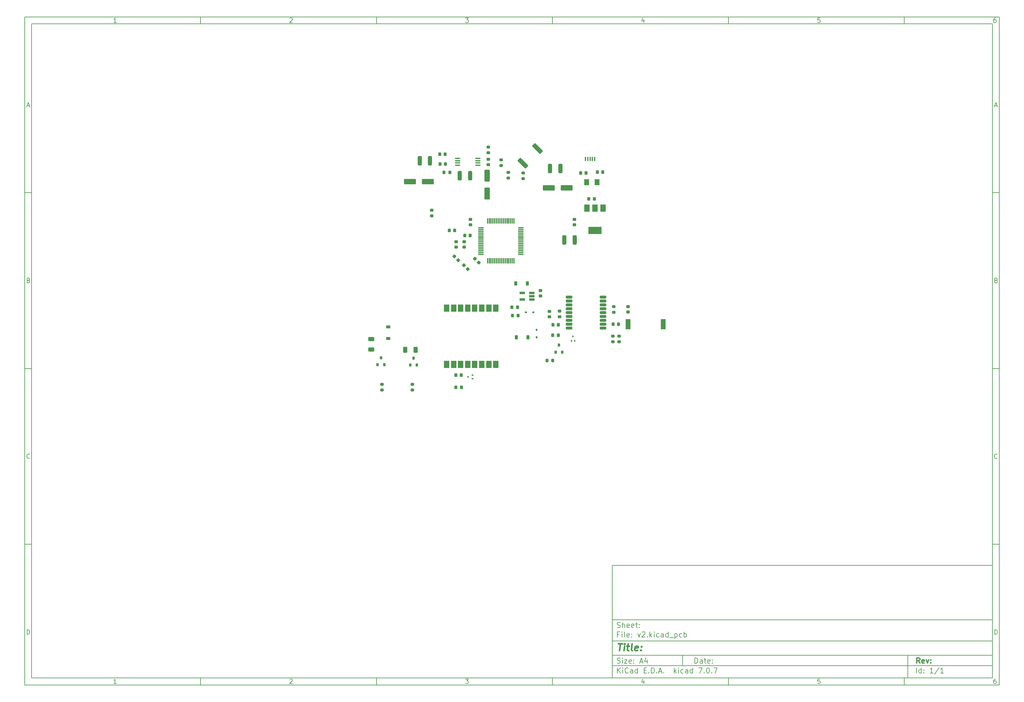
<source format=gtp>
%TF.GenerationSoftware,KiCad,Pcbnew,7.0.7*%
%TF.CreationDate,2024-09-06T13:37:17+03:00*%
%TF.ProjectId,v2,76322e6b-6963-4616-945f-706362585858,rev?*%
%TF.SameCoordinates,Original*%
%TF.FileFunction,Paste,Top*%
%TF.FilePolarity,Positive*%
%FSLAX46Y46*%
G04 Gerber Fmt 4.6, Leading zero omitted, Abs format (unit mm)*
G04 Created by KiCad (PCBNEW 7.0.7) date 2024-09-06 13:37:17*
%MOMM*%
%LPD*%
G01*
G04 APERTURE LIST*
G04 Aperture macros list*
%AMRoundRect*
0 Rectangle with rounded corners*
0 $1 Rounding radius*
0 $2 $3 $4 $5 $6 $7 $8 $9 X,Y pos of 4 corners*
0 Add a 4 corners polygon primitive as box body*
4,1,4,$2,$3,$4,$5,$6,$7,$8,$9,$2,$3,0*
0 Add four circle primitives for the rounded corners*
1,1,$1+$1,$2,$3*
1,1,$1+$1,$4,$5*
1,1,$1+$1,$6,$7*
1,1,$1+$1,$8,$9*
0 Add four rect primitives between the rounded corners*
20,1,$1+$1,$2,$3,$4,$5,0*
20,1,$1+$1,$4,$5,$6,$7,0*
20,1,$1+$1,$6,$7,$8,$9,0*
20,1,$1+$1,$8,$9,$2,$3,0*%
G04 Aperture macros list end*
%ADD10C,0.100000*%
%ADD11C,0.150000*%
%ADD12C,0.300000*%
%ADD13C,0.400000*%
%ADD14RoundRect,0.112500X0.187500X0.112500X-0.187500X0.112500X-0.187500X-0.112500X0.187500X-0.112500X0*%
%ADD15RoundRect,0.225000X0.250000X-0.225000X0.250000X0.225000X-0.250000X0.225000X-0.250000X-0.225000X0*%
%ADD16RoundRect,0.225000X0.335876X0.017678X0.017678X0.335876X-0.335876X-0.017678X-0.017678X-0.335876X0*%
%ADD17RoundRect,0.200000X0.275000X-0.200000X0.275000X0.200000X-0.275000X0.200000X-0.275000X-0.200000X0*%
%ADD18RoundRect,0.075000X-0.700000X-0.075000X0.700000X-0.075000X0.700000X0.075000X-0.700000X0.075000X0*%
%ADD19RoundRect,0.075000X-0.075000X-0.700000X0.075000X-0.700000X0.075000X0.700000X-0.075000X0.700000X0*%
%ADD20RoundRect,0.250000X-0.312500X-1.075000X0.312500X-1.075000X0.312500X1.075000X-0.312500X1.075000X0*%
%ADD21RoundRect,0.225000X0.225000X0.250000X-0.225000X0.250000X-0.225000X-0.250000X0.225000X-0.250000X0*%
%ADD22RoundRect,0.225000X-0.250000X0.225000X-0.250000X-0.225000X0.250000X-0.225000X0.250000X0.225000X0*%
%ADD23RoundRect,0.225000X0.225000X0.375000X-0.225000X0.375000X-0.225000X-0.375000X0.225000X-0.375000X0*%
%ADD24RoundRect,0.200000X-0.200000X-0.275000X0.200000X-0.275000X0.200000X0.275000X-0.200000X0.275000X0*%
%ADD25RoundRect,0.250000X-1.412500X-0.550000X1.412500X-0.550000X1.412500X0.550000X-1.412500X0.550000X0*%
%ADD26R,0.800000X0.900000*%
%ADD27RoundRect,0.250000X0.312500X1.075000X-0.312500X1.075000X-0.312500X-1.075000X0.312500X-1.075000X0*%
%ADD28R,1.500000X2.000000*%
%ADD29RoundRect,0.225000X-0.225000X-0.375000X0.225000X-0.375000X0.225000X0.375000X-0.225000X0.375000X0*%
%ADD30RoundRect,0.200000X-0.275000X0.200000X-0.275000X-0.200000X0.275000X-0.200000X0.275000X0.200000X0*%
%ADD31RoundRect,0.225000X-0.225000X-0.250000X0.225000X-0.250000X0.225000X0.250000X-0.225000X0.250000X0*%
%ADD32RoundRect,0.112500X-0.112500X0.187500X-0.112500X-0.187500X0.112500X-0.187500X0.112500X0.187500X0*%
%ADD33RoundRect,0.218750X-0.218750X-0.256250X0.218750X-0.256250X0.218750X0.256250X-0.218750X0.256250X0*%
%ADD34R,0.450000X1.300000*%
%ADD35R,0.510000X0.400000*%
%ADD36RoundRect,0.218750X0.256250X-0.218750X0.256250X0.218750X-0.256250X0.218750X-0.256250X-0.218750X0*%
%ADD37RoundRect,0.200000X-0.700000X-0.200000X0.700000X-0.200000X0.700000X0.200000X-0.700000X0.200000X0*%
%ADD38RoundRect,0.250001X0.462499X0.624999X-0.462499X0.624999X-0.462499X-0.624999X0.462499X-0.624999X0*%
%ADD39RoundRect,0.100000X-0.637500X-0.100000X0.637500X-0.100000X0.637500X0.100000X-0.637500X0.100000X0*%
%ADD40RoundRect,0.250000X-0.312500X-0.625000X0.312500X-0.625000X0.312500X0.625000X-0.312500X0.625000X0*%
%ADD41RoundRect,0.225000X-0.375000X0.225000X-0.375000X-0.225000X0.375000X-0.225000X0.375000X0.225000X0*%
%ADD42R,3.800000X2.000000*%
%ADD43R,1.400000X3.000000*%
%ADD44R,0.400000X0.510000*%
%ADD45RoundRect,0.250000X-0.751301X1.263953X-1.263953X0.751301X0.751301X-1.263953X1.263953X-0.751301X0*%
%ADD46R,1.560000X0.650000*%
%ADD47RoundRect,0.250000X-0.550000X1.412500X-0.550000X-1.412500X0.550000X-1.412500X0.550000X1.412500X0*%
%ADD48RoundRect,0.250000X-0.625000X0.312500X-0.625000X-0.312500X0.625000X-0.312500X0.625000X0.312500X0*%
%ADD49RoundRect,0.250000X1.412500X0.550000X-1.412500X0.550000X-1.412500X-0.550000X1.412500X-0.550000X0*%
G04 APERTURE END LIST*
D10*
D11*
X177002200Y-166007200D02*
X285002200Y-166007200D01*
X285002200Y-198007200D01*
X177002200Y-198007200D01*
X177002200Y-166007200D01*
D10*
D11*
X10000000Y-10000000D02*
X287002200Y-10000000D01*
X287002200Y-200007200D01*
X10000000Y-200007200D01*
X10000000Y-10000000D01*
D10*
D11*
X12000000Y-12000000D02*
X285002200Y-12000000D01*
X285002200Y-198007200D01*
X12000000Y-198007200D01*
X12000000Y-12000000D01*
D10*
D11*
X60000000Y-12000000D02*
X60000000Y-10000000D01*
D10*
D11*
X110000000Y-12000000D02*
X110000000Y-10000000D01*
D10*
D11*
X160000000Y-12000000D02*
X160000000Y-10000000D01*
D10*
D11*
X210000000Y-12000000D02*
X210000000Y-10000000D01*
D10*
D11*
X260000000Y-12000000D02*
X260000000Y-10000000D01*
D10*
D11*
X36089160Y-11593604D02*
X35346303Y-11593604D01*
X35717731Y-11593604D02*
X35717731Y-10293604D01*
X35717731Y-10293604D02*
X35593922Y-10479319D01*
X35593922Y-10479319D02*
X35470112Y-10603128D01*
X35470112Y-10603128D02*
X35346303Y-10665033D01*
D10*
D11*
X85346303Y-10417414D02*
X85408207Y-10355509D01*
X85408207Y-10355509D02*
X85532017Y-10293604D01*
X85532017Y-10293604D02*
X85841541Y-10293604D01*
X85841541Y-10293604D02*
X85965350Y-10355509D01*
X85965350Y-10355509D02*
X86027255Y-10417414D01*
X86027255Y-10417414D02*
X86089160Y-10541223D01*
X86089160Y-10541223D02*
X86089160Y-10665033D01*
X86089160Y-10665033D02*
X86027255Y-10850747D01*
X86027255Y-10850747D02*
X85284398Y-11593604D01*
X85284398Y-11593604D02*
X86089160Y-11593604D01*
D10*
D11*
X135284398Y-10293604D02*
X136089160Y-10293604D01*
X136089160Y-10293604D02*
X135655826Y-10788842D01*
X135655826Y-10788842D02*
X135841541Y-10788842D01*
X135841541Y-10788842D02*
X135965350Y-10850747D01*
X135965350Y-10850747D02*
X136027255Y-10912652D01*
X136027255Y-10912652D02*
X136089160Y-11036461D01*
X136089160Y-11036461D02*
X136089160Y-11345985D01*
X136089160Y-11345985D02*
X136027255Y-11469795D01*
X136027255Y-11469795D02*
X135965350Y-11531700D01*
X135965350Y-11531700D02*
X135841541Y-11593604D01*
X135841541Y-11593604D02*
X135470112Y-11593604D01*
X135470112Y-11593604D02*
X135346303Y-11531700D01*
X135346303Y-11531700D02*
X135284398Y-11469795D01*
D10*
D11*
X185965350Y-10726938D02*
X185965350Y-11593604D01*
X185655826Y-10231700D02*
X185346303Y-11160271D01*
X185346303Y-11160271D02*
X186151064Y-11160271D01*
D10*
D11*
X236027255Y-10293604D02*
X235408207Y-10293604D01*
X235408207Y-10293604D02*
X235346303Y-10912652D01*
X235346303Y-10912652D02*
X235408207Y-10850747D01*
X235408207Y-10850747D02*
X235532017Y-10788842D01*
X235532017Y-10788842D02*
X235841541Y-10788842D01*
X235841541Y-10788842D02*
X235965350Y-10850747D01*
X235965350Y-10850747D02*
X236027255Y-10912652D01*
X236027255Y-10912652D02*
X236089160Y-11036461D01*
X236089160Y-11036461D02*
X236089160Y-11345985D01*
X236089160Y-11345985D02*
X236027255Y-11469795D01*
X236027255Y-11469795D02*
X235965350Y-11531700D01*
X235965350Y-11531700D02*
X235841541Y-11593604D01*
X235841541Y-11593604D02*
X235532017Y-11593604D01*
X235532017Y-11593604D02*
X235408207Y-11531700D01*
X235408207Y-11531700D02*
X235346303Y-11469795D01*
D10*
D11*
X285965350Y-10293604D02*
X285717731Y-10293604D01*
X285717731Y-10293604D02*
X285593922Y-10355509D01*
X285593922Y-10355509D02*
X285532017Y-10417414D01*
X285532017Y-10417414D02*
X285408207Y-10603128D01*
X285408207Y-10603128D02*
X285346303Y-10850747D01*
X285346303Y-10850747D02*
X285346303Y-11345985D01*
X285346303Y-11345985D02*
X285408207Y-11469795D01*
X285408207Y-11469795D02*
X285470112Y-11531700D01*
X285470112Y-11531700D02*
X285593922Y-11593604D01*
X285593922Y-11593604D02*
X285841541Y-11593604D01*
X285841541Y-11593604D02*
X285965350Y-11531700D01*
X285965350Y-11531700D02*
X286027255Y-11469795D01*
X286027255Y-11469795D02*
X286089160Y-11345985D01*
X286089160Y-11345985D02*
X286089160Y-11036461D01*
X286089160Y-11036461D02*
X286027255Y-10912652D01*
X286027255Y-10912652D02*
X285965350Y-10850747D01*
X285965350Y-10850747D02*
X285841541Y-10788842D01*
X285841541Y-10788842D02*
X285593922Y-10788842D01*
X285593922Y-10788842D02*
X285470112Y-10850747D01*
X285470112Y-10850747D02*
X285408207Y-10912652D01*
X285408207Y-10912652D02*
X285346303Y-11036461D01*
D10*
D11*
X60000000Y-198007200D02*
X60000000Y-200007200D01*
D10*
D11*
X110000000Y-198007200D02*
X110000000Y-200007200D01*
D10*
D11*
X160000000Y-198007200D02*
X160000000Y-200007200D01*
D10*
D11*
X210000000Y-198007200D02*
X210000000Y-200007200D01*
D10*
D11*
X260000000Y-198007200D02*
X260000000Y-200007200D01*
D10*
D11*
X36089160Y-199600804D02*
X35346303Y-199600804D01*
X35717731Y-199600804D02*
X35717731Y-198300804D01*
X35717731Y-198300804D02*
X35593922Y-198486519D01*
X35593922Y-198486519D02*
X35470112Y-198610328D01*
X35470112Y-198610328D02*
X35346303Y-198672233D01*
D10*
D11*
X85346303Y-198424614D02*
X85408207Y-198362709D01*
X85408207Y-198362709D02*
X85532017Y-198300804D01*
X85532017Y-198300804D02*
X85841541Y-198300804D01*
X85841541Y-198300804D02*
X85965350Y-198362709D01*
X85965350Y-198362709D02*
X86027255Y-198424614D01*
X86027255Y-198424614D02*
X86089160Y-198548423D01*
X86089160Y-198548423D02*
X86089160Y-198672233D01*
X86089160Y-198672233D02*
X86027255Y-198857947D01*
X86027255Y-198857947D02*
X85284398Y-199600804D01*
X85284398Y-199600804D02*
X86089160Y-199600804D01*
D10*
D11*
X135284398Y-198300804D02*
X136089160Y-198300804D01*
X136089160Y-198300804D02*
X135655826Y-198796042D01*
X135655826Y-198796042D02*
X135841541Y-198796042D01*
X135841541Y-198796042D02*
X135965350Y-198857947D01*
X135965350Y-198857947D02*
X136027255Y-198919852D01*
X136027255Y-198919852D02*
X136089160Y-199043661D01*
X136089160Y-199043661D02*
X136089160Y-199353185D01*
X136089160Y-199353185D02*
X136027255Y-199476995D01*
X136027255Y-199476995D02*
X135965350Y-199538900D01*
X135965350Y-199538900D02*
X135841541Y-199600804D01*
X135841541Y-199600804D02*
X135470112Y-199600804D01*
X135470112Y-199600804D02*
X135346303Y-199538900D01*
X135346303Y-199538900D02*
X135284398Y-199476995D01*
D10*
D11*
X185965350Y-198734138D02*
X185965350Y-199600804D01*
X185655826Y-198238900D02*
X185346303Y-199167471D01*
X185346303Y-199167471D02*
X186151064Y-199167471D01*
D10*
D11*
X236027255Y-198300804D02*
X235408207Y-198300804D01*
X235408207Y-198300804D02*
X235346303Y-198919852D01*
X235346303Y-198919852D02*
X235408207Y-198857947D01*
X235408207Y-198857947D02*
X235532017Y-198796042D01*
X235532017Y-198796042D02*
X235841541Y-198796042D01*
X235841541Y-198796042D02*
X235965350Y-198857947D01*
X235965350Y-198857947D02*
X236027255Y-198919852D01*
X236027255Y-198919852D02*
X236089160Y-199043661D01*
X236089160Y-199043661D02*
X236089160Y-199353185D01*
X236089160Y-199353185D02*
X236027255Y-199476995D01*
X236027255Y-199476995D02*
X235965350Y-199538900D01*
X235965350Y-199538900D02*
X235841541Y-199600804D01*
X235841541Y-199600804D02*
X235532017Y-199600804D01*
X235532017Y-199600804D02*
X235408207Y-199538900D01*
X235408207Y-199538900D02*
X235346303Y-199476995D01*
D10*
D11*
X285965350Y-198300804D02*
X285717731Y-198300804D01*
X285717731Y-198300804D02*
X285593922Y-198362709D01*
X285593922Y-198362709D02*
X285532017Y-198424614D01*
X285532017Y-198424614D02*
X285408207Y-198610328D01*
X285408207Y-198610328D02*
X285346303Y-198857947D01*
X285346303Y-198857947D02*
X285346303Y-199353185D01*
X285346303Y-199353185D02*
X285408207Y-199476995D01*
X285408207Y-199476995D02*
X285470112Y-199538900D01*
X285470112Y-199538900D02*
X285593922Y-199600804D01*
X285593922Y-199600804D02*
X285841541Y-199600804D01*
X285841541Y-199600804D02*
X285965350Y-199538900D01*
X285965350Y-199538900D02*
X286027255Y-199476995D01*
X286027255Y-199476995D02*
X286089160Y-199353185D01*
X286089160Y-199353185D02*
X286089160Y-199043661D01*
X286089160Y-199043661D02*
X286027255Y-198919852D01*
X286027255Y-198919852D02*
X285965350Y-198857947D01*
X285965350Y-198857947D02*
X285841541Y-198796042D01*
X285841541Y-198796042D02*
X285593922Y-198796042D01*
X285593922Y-198796042D02*
X285470112Y-198857947D01*
X285470112Y-198857947D02*
X285408207Y-198919852D01*
X285408207Y-198919852D02*
X285346303Y-199043661D01*
D10*
D11*
X10000000Y-60000000D02*
X12000000Y-60000000D01*
D10*
D11*
X10000000Y-110000000D02*
X12000000Y-110000000D01*
D10*
D11*
X10000000Y-160000000D02*
X12000000Y-160000000D01*
D10*
D11*
X10690476Y-35222176D02*
X11309523Y-35222176D01*
X10566666Y-35593604D02*
X10999999Y-34293604D01*
X10999999Y-34293604D02*
X11433333Y-35593604D01*
D10*
D11*
X11092857Y-84912652D02*
X11278571Y-84974557D01*
X11278571Y-84974557D02*
X11340476Y-85036461D01*
X11340476Y-85036461D02*
X11402380Y-85160271D01*
X11402380Y-85160271D02*
X11402380Y-85345985D01*
X11402380Y-85345985D02*
X11340476Y-85469795D01*
X11340476Y-85469795D02*
X11278571Y-85531700D01*
X11278571Y-85531700D02*
X11154761Y-85593604D01*
X11154761Y-85593604D02*
X10659523Y-85593604D01*
X10659523Y-85593604D02*
X10659523Y-84293604D01*
X10659523Y-84293604D02*
X11092857Y-84293604D01*
X11092857Y-84293604D02*
X11216666Y-84355509D01*
X11216666Y-84355509D02*
X11278571Y-84417414D01*
X11278571Y-84417414D02*
X11340476Y-84541223D01*
X11340476Y-84541223D02*
X11340476Y-84665033D01*
X11340476Y-84665033D02*
X11278571Y-84788842D01*
X11278571Y-84788842D02*
X11216666Y-84850747D01*
X11216666Y-84850747D02*
X11092857Y-84912652D01*
X11092857Y-84912652D02*
X10659523Y-84912652D01*
D10*
D11*
X11402380Y-135469795D02*
X11340476Y-135531700D01*
X11340476Y-135531700D02*
X11154761Y-135593604D01*
X11154761Y-135593604D02*
X11030952Y-135593604D01*
X11030952Y-135593604D02*
X10845238Y-135531700D01*
X10845238Y-135531700D02*
X10721428Y-135407890D01*
X10721428Y-135407890D02*
X10659523Y-135284080D01*
X10659523Y-135284080D02*
X10597619Y-135036461D01*
X10597619Y-135036461D02*
X10597619Y-134850747D01*
X10597619Y-134850747D02*
X10659523Y-134603128D01*
X10659523Y-134603128D02*
X10721428Y-134479319D01*
X10721428Y-134479319D02*
X10845238Y-134355509D01*
X10845238Y-134355509D02*
X11030952Y-134293604D01*
X11030952Y-134293604D02*
X11154761Y-134293604D01*
X11154761Y-134293604D02*
X11340476Y-134355509D01*
X11340476Y-134355509D02*
X11402380Y-134417414D01*
D10*
D11*
X10659523Y-185593604D02*
X10659523Y-184293604D01*
X10659523Y-184293604D02*
X10969047Y-184293604D01*
X10969047Y-184293604D02*
X11154761Y-184355509D01*
X11154761Y-184355509D02*
X11278571Y-184479319D01*
X11278571Y-184479319D02*
X11340476Y-184603128D01*
X11340476Y-184603128D02*
X11402380Y-184850747D01*
X11402380Y-184850747D02*
X11402380Y-185036461D01*
X11402380Y-185036461D02*
X11340476Y-185284080D01*
X11340476Y-185284080D02*
X11278571Y-185407890D01*
X11278571Y-185407890D02*
X11154761Y-185531700D01*
X11154761Y-185531700D02*
X10969047Y-185593604D01*
X10969047Y-185593604D02*
X10659523Y-185593604D01*
D10*
D11*
X287002200Y-60000000D02*
X285002200Y-60000000D01*
D10*
D11*
X287002200Y-110000000D02*
X285002200Y-110000000D01*
D10*
D11*
X287002200Y-160000000D02*
X285002200Y-160000000D01*
D10*
D11*
X285692676Y-35222176D02*
X286311723Y-35222176D01*
X285568866Y-35593604D02*
X286002199Y-34293604D01*
X286002199Y-34293604D02*
X286435533Y-35593604D01*
D10*
D11*
X286095057Y-84912652D02*
X286280771Y-84974557D01*
X286280771Y-84974557D02*
X286342676Y-85036461D01*
X286342676Y-85036461D02*
X286404580Y-85160271D01*
X286404580Y-85160271D02*
X286404580Y-85345985D01*
X286404580Y-85345985D02*
X286342676Y-85469795D01*
X286342676Y-85469795D02*
X286280771Y-85531700D01*
X286280771Y-85531700D02*
X286156961Y-85593604D01*
X286156961Y-85593604D02*
X285661723Y-85593604D01*
X285661723Y-85593604D02*
X285661723Y-84293604D01*
X285661723Y-84293604D02*
X286095057Y-84293604D01*
X286095057Y-84293604D02*
X286218866Y-84355509D01*
X286218866Y-84355509D02*
X286280771Y-84417414D01*
X286280771Y-84417414D02*
X286342676Y-84541223D01*
X286342676Y-84541223D02*
X286342676Y-84665033D01*
X286342676Y-84665033D02*
X286280771Y-84788842D01*
X286280771Y-84788842D02*
X286218866Y-84850747D01*
X286218866Y-84850747D02*
X286095057Y-84912652D01*
X286095057Y-84912652D02*
X285661723Y-84912652D01*
D10*
D11*
X286404580Y-135469795D02*
X286342676Y-135531700D01*
X286342676Y-135531700D02*
X286156961Y-135593604D01*
X286156961Y-135593604D02*
X286033152Y-135593604D01*
X286033152Y-135593604D02*
X285847438Y-135531700D01*
X285847438Y-135531700D02*
X285723628Y-135407890D01*
X285723628Y-135407890D02*
X285661723Y-135284080D01*
X285661723Y-135284080D02*
X285599819Y-135036461D01*
X285599819Y-135036461D02*
X285599819Y-134850747D01*
X285599819Y-134850747D02*
X285661723Y-134603128D01*
X285661723Y-134603128D02*
X285723628Y-134479319D01*
X285723628Y-134479319D02*
X285847438Y-134355509D01*
X285847438Y-134355509D02*
X286033152Y-134293604D01*
X286033152Y-134293604D02*
X286156961Y-134293604D01*
X286156961Y-134293604D02*
X286342676Y-134355509D01*
X286342676Y-134355509D02*
X286404580Y-134417414D01*
D10*
D11*
X285661723Y-185593604D02*
X285661723Y-184293604D01*
X285661723Y-184293604D02*
X285971247Y-184293604D01*
X285971247Y-184293604D02*
X286156961Y-184355509D01*
X286156961Y-184355509D02*
X286280771Y-184479319D01*
X286280771Y-184479319D02*
X286342676Y-184603128D01*
X286342676Y-184603128D02*
X286404580Y-184850747D01*
X286404580Y-184850747D02*
X286404580Y-185036461D01*
X286404580Y-185036461D02*
X286342676Y-185284080D01*
X286342676Y-185284080D02*
X286280771Y-185407890D01*
X286280771Y-185407890D02*
X286156961Y-185531700D01*
X286156961Y-185531700D02*
X285971247Y-185593604D01*
X285971247Y-185593604D02*
X285661723Y-185593604D01*
D10*
D11*
X200458026Y-193793328D02*
X200458026Y-192293328D01*
X200458026Y-192293328D02*
X200815169Y-192293328D01*
X200815169Y-192293328D02*
X201029455Y-192364757D01*
X201029455Y-192364757D02*
X201172312Y-192507614D01*
X201172312Y-192507614D02*
X201243741Y-192650471D01*
X201243741Y-192650471D02*
X201315169Y-192936185D01*
X201315169Y-192936185D02*
X201315169Y-193150471D01*
X201315169Y-193150471D02*
X201243741Y-193436185D01*
X201243741Y-193436185D02*
X201172312Y-193579042D01*
X201172312Y-193579042D02*
X201029455Y-193721900D01*
X201029455Y-193721900D02*
X200815169Y-193793328D01*
X200815169Y-193793328D02*
X200458026Y-193793328D01*
X202600884Y-193793328D02*
X202600884Y-193007614D01*
X202600884Y-193007614D02*
X202529455Y-192864757D01*
X202529455Y-192864757D02*
X202386598Y-192793328D01*
X202386598Y-192793328D02*
X202100884Y-192793328D01*
X202100884Y-192793328D02*
X201958026Y-192864757D01*
X202600884Y-193721900D02*
X202458026Y-193793328D01*
X202458026Y-193793328D02*
X202100884Y-193793328D01*
X202100884Y-193793328D02*
X201958026Y-193721900D01*
X201958026Y-193721900D02*
X201886598Y-193579042D01*
X201886598Y-193579042D02*
X201886598Y-193436185D01*
X201886598Y-193436185D02*
X201958026Y-193293328D01*
X201958026Y-193293328D02*
X202100884Y-193221900D01*
X202100884Y-193221900D02*
X202458026Y-193221900D01*
X202458026Y-193221900D02*
X202600884Y-193150471D01*
X203100884Y-192793328D02*
X203672312Y-192793328D01*
X203315169Y-192293328D02*
X203315169Y-193579042D01*
X203315169Y-193579042D02*
X203386598Y-193721900D01*
X203386598Y-193721900D02*
X203529455Y-193793328D01*
X203529455Y-193793328D02*
X203672312Y-193793328D01*
X204743741Y-193721900D02*
X204600884Y-193793328D01*
X204600884Y-193793328D02*
X204315170Y-193793328D01*
X204315170Y-193793328D02*
X204172312Y-193721900D01*
X204172312Y-193721900D02*
X204100884Y-193579042D01*
X204100884Y-193579042D02*
X204100884Y-193007614D01*
X204100884Y-193007614D02*
X204172312Y-192864757D01*
X204172312Y-192864757D02*
X204315170Y-192793328D01*
X204315170Y-192793328D02*
X204600884Y-192793328D01*
X204600884Y-192793328D02*
X204743741Y-192864757D01*
X204743741Y-192864757D02*
X204815170Y-193007614D01*
X204815170Y-193007614D02*
X204815170Y-193150471D01*
X204815170Y-193150471D02*
X204100884Y-193293328D01*
X205458026Y-193650471D02*
X205529455Y-193721900D01*
X205529455Y-193721900D02*
X205458026Y-193793328D01*
X205458026Y-193793328D02*
X205386598Y-193721900D01*
X205386598Y-193721900D02*
X205458026Y-193650471D01*
X205458026Y-193650471D02*
X205458026Y-193793328D01*
X205458026Y-192864757D02*
X205529455Y-192936185D01*
X205529455Y-192936185D02*
X205458026Y-193007614D01*
X205458026Y-193007614D02*
X205386598Y-192936185D01*
X205386598Y-192936185D02*
X205458026Y-192864757D01*
X205458026Y-192864757D02*
X205458026Y-193007614D01*
D10*
D11*
X177002200Y-194507200D02*
X285002200Y-194507200D01*
D10*
D11*
X178458026Y-196593328D02*
X178458026Y-195093328D01*
X179315169Y-196593328D02*
X178672312Y-195736185D01*
X179315169Y-195093328D02*
X178458026Y-195950471D01*
X179958026Y-196593328D02*
X179958026Y-195593328D01*
X179958026Y-195093328D02*
X179886598Y-195164757D01*
X179886598Y-195164757D02*
X179958026Y-195236185D01*
X179958026Y-195236185D02*
X180029455Y-195164757D01*
X180029455Y-195164757D02*
X179958026Y-195093328D01*
X179958026Y-195093328D02*
X179958026Y-195236185D01*
X181529455Y-196450471D02*
X181458027Y-196521900D01*
X181458027Y-196521900D02*
X181243741Y-196593328D01*
X181243741Y-196593328D02*
X181100884Y-196593328D01*
X181100884Y-196593328D02*
X180886598Y-196521900D01*
X180886598Y-196521900D02*
X180743741Y-196379042D01*
X180743741Y-196379042D02*
X180672312Y-196236185D01*
X180672312Y-196236185D02*
X180600884Y-195950471D01*
X180600884Y-195950471D02*
X180600884Y-195736185D01*
X180600884Y-195736185D02*
X180672312Y-195450471D01*
X180672312Y-195450471D02*
X180743741Y-195307614D01*
X180743741Y-195307614D02*
X180886598Y-195164757D01*
X180886598Y-195164757D02*
X181100884Y-195093328D01*
X181100884Y-195093328D02*
X181243741Y-195093328D01*
X181243741Y-195093328D02*
X181458027Y-195164757D01*
X181458027Y-195164757D02*
X181529455Y-195236185D01*
X182815170Y-196593328D02*
X182815170Y-195807614D01*
X182815170Y-195807614D02*
X182743741Y-195664757D01*
X182743741Y-195664757D02*
X182600884Y-195593328D01*
X182600884Y-195593328D02*
X182315170Y-195593328D01*
X182315170Y-195593328D02*
X182172312Y-195664757D01*
X182815170Y-196521900D02*
X182672312Y-196593328D01*
X182672312Y-196593328D02*
X182315170Y-196593328D01*
X182315170Y-196593328D02*
X182172312Y-196521900D01*
X182172312Y-196521900D02*
X182100884Y-196379042D01*
X182100884Y-196379042D02*
X182100884Y-196236185D01*
X182100884Y-196236185D02*
X182172312Y-196093328D01*
X182172312Y-196093328D02*
X182315170Y-196021900D01*
X182315170Y-196021900D02*
X182672312Y-196021900D01*
X182672312Y-196021900D02*
X182815170Y-195950471D01*
X184172313Y-196593328D02*
X184172313Y-195093328D01*
X184172313Y-196521900D02*
X184029455Y-196593328D01*
X184029455Y-196593328D02*
X183743741Y-196593328D01*
X183743741Y-196593328D02*
X183600884Y-196521900D01*
X183600884Y-196521900D02*
X183529455Y-196450471D01*
X183529455Y-196450471D02*
X183458027Y-196307614D01*
X183458027Y-196307614D02*
X183458027Y-195879042D01*
X183458027Y-195879042D02*
X183529455Y-195736185D01*
X183529455Y-195736185D02*
X183600884Y-195664757D01*
X183600884Y-195664757D02*
X183743741Y-195593328D01*
X183743741Y-195593328D02*
X184029455Y-195593328D01*
X184029455Y-195593328D02*
X184172313Y-195664757D01*
X186029455Y-195807614D02*
X186529455Y-195807614D01*
X186743741Y-196593328D02*
X186029455Y-196593328D01*
X186029455Y-196593328D02*
X186029455Y-195093328D01*
X186029455Y-195093328D02*
X186743741Y-195093328D01*
X187386598Y-196450471D02*
X187458027Y-196521900D01*
X187458027Y-196521900D02*
X187386598Y-196593328D01*
X187386598Y-196593328D02*
X187315170Y-196521900D01*
X187315170Y-196521900D02*
X187386598Y-196450471D01*
X187386598Y-196450471D02*
X187386598Y-196593328D01*
X188100884Y-196593328D02*
X188100884Y-195093328D01*
X188100884Y-195093328D02*
X188458027Y-195093328D01*
X188458027Y-195093328D02*
X188672313Y-195164757D01*
X188672313Y-195164757D02*
X188815170Y-195307614D01*
X188815170Y-195307614D02*
X188886599Y-195450471D01*
X188886599Y-195450471D02*
X188958027Y-195736185D01*
X188958027Y-195736185D02*
X188958027Y-195950471D01*
X188958027Y-195950471D02*
X188886599Y-196236185D01*
X188886599Y-196236185D02*
X188815170Y-196379042D01*
X188815170Y-196379042D02*
X188672313Y-196521900D01*
X188672313Y-196521900D02*
X188458027Y-196593328D01*
X188458027Y-196593328D02*
X188100884Y-196593328D01*
X189600884Y-196450471D02*
X189672313Y-196521900D01*
X189672313Y-196521900D02*
X189600884Y-196593328D01*
X189600884Y-196593328D02*
X189529456Y-196521900D01*
X189529456Y-196521900D02*
X189600884Y-196450471D01*
X189600884Y-196450471D02*
X189600884Y-196593328D01*
X190243742Y-196164757D02*
X190958028Y-196164757D01*
X190100885Y-196593328D02*
X190600885Y-195093328D01*
X190600885Y-195093328D02*
X191100885Y-196593328D01*
X191600884Y-196450471D02*
X191672313Y-196521900D01*
X191672313Y-196521900D02*
X191600884Y-196593328D01*
X191600884Y-196593328D02*
X191529456Y-196521900D01*
X191529456Y-196521900D02*
X191600884Y-196450471D01*
X191600884Y-196450471D02*
X191600884Y-196593328D01*
X194600884Y-196593328D02*
X194600884Y-195093328D01*
X194743742Y-196021900D02*
X195172313Y-196593328D01*
X195172313Y-195593328D02*
X194600884Y-196164757D01*
X195815170Y-196593328D02*
X195815170Y-195593328D01*
X195815170Y-195093328D02*
X195743742Y-195164757D01*
X195743742Y-195164757D02*
X195815170Y-195236185D01*
X195815170Y-195236185D02*
X195886599Y-195164757D01*
X195886599Y-195164757D02*
X195815170Y-195093328D01*
X195815170Y-195093328D02*
X195815170Y-195236185D01*
X197172314Y-196521900D02*
X197029456Y-196593328D01*
X197029456Y-196593328D02*
X196743742Y-196593328D01*
X196743742Y-196593328D02*
X196600885Y-196521900D01*
X196600885Y-196521900D02*
X196529456Y-196450471D01*
X196529456Y-196450471D02*
X196458028Y-196307614D01*
X196458028Y-196307614D02*
X196458028Y-195879042D01*
X196458028Y-195879042D02*
X196529456Y-195736185D01*
X196529456Y-195736185D02*
X196600885Y-195664757D01*
X196600885Y-195664757D02*
X196743742Y-195593328D01*
X196743742Y-195593328D02*
X197029456Y-195593328D01*
X197029456Y-195593328D02*
X197172314Y-195664757D01*
X198458028Y-196593328D02*
X198458028Y-195807614D01*
X198458028Y-195807614D02*
X198386599Y-195664757D01*
X198386599Y-195664757D02*
X198243742Y-195593328D01*
X198243742Y-195593328D02*
X197958028Y-195593328D01*
X197958028Y-195593328D02*
X197815170Y-195664757D01*
X198458028Y-196521900D02*
X198315170Y-196593328D01*
X198315170Y-196593328D02*
X197958028Y-196593328D01*
X197958028Y-196593328D02*
X197815170Y-196521900D01*
X197815170Y-196521900D02*
X197743742Y-196379042D01*
X197743742Y-196379042D02*
X197743742Y-196236185D01*
X197743742Y-196236185D02*
X197815170Y-196093328D01*
X197815170Y-196093328D02*
X197958028Y-196021900D01*
X197958028Y-196021900D02*
X198315170Y-196021900D01*
X198315170Y-196021900D02*
X198458028Y-195950471D01*
X199815171Y-196593328D02*
X199815171Y-195093328D01*
X199815171Y-196521900D02*
X199672313Y-196593328D01*
X199672313Y-196593328D02*
X199386599Y-196593328D01*
X199386599Y-196593328D02*
X199243742Y-196521900D01*
X199243742Y-196521900D02*
X199172313Y-196450471D01*
X199172313Y-196450471D02*
X199100885Y-196307614D01*
X199100885Y-196307614D02*
X199100885Y-195879042D01*
X199100885Y-195879042D02*
X199172313Y-195736185D01*
X199172313Y-195736185D02*
X199243742Y-195664757D01*
X199243742Y-195664757D02*
X199386599Y-195593328D01*
X199386599Y-195593328D02*
X199672313Y-195593328D01*
X199672313Y-195593328D02*
X199815171Y-195664757D01*
X201529456Y-195093328D02*
X202529456Y-195093328D01*
X202529456Y-195093328D02*
X201886599Y-196593328D01*
X203100884Y-196450471D02*
X203172313Y-196521900D01*
X203172313Y-196521900D02*
X203100884Y-196593328D01*
X203100884Y-196593328D02*
X203029456Y-196521900D01*
X203029456Y-196521900D02*
X203100884Y-196450471D01*
X203100884Y-196450471D02*
X203100884Y-196593328D01*
X204100885Y-195093328D02*
X204243742Y-195093328D01*
X204243742Y-195093328D02*
X204386599Y-195164757D01*
X204386599Y-195164757D02*
X204458028Y-195236185D01*
X204458028Y-195236185D02*
X204529456Y-195379042D01*
X204529456Y-195379042D02*
X204600885Y-195664757D01*
X204600885Y-195664757D02*
X204600885Y-196021900D01*
X204600885Y-196021900D02*
X204529456Y-196307614D01*
X204529456Y-196307614D02*
X204458028Y-196450471D01*
X204458028Y-196450471D02*
X204386599Y-196521900D01*
X204386599Y-196521900D02*
X204243742Y-196593328D01*
X204243742Y-196593328D02*
X204100885Y-196593328D01*
X204100885Y-196593328D02*
X203958028Y-196521900D01*
X203958028Y-196521900D02*
X203886599Y-196450471D01*
X203886599Y-196450471D02*
X203815170Y-196307614D01*
X203815170Y-196307614D02*
X203743742Y-196021900D01*
X203743742Y-196021900D02*
X203743742Y-195664757D01*
X203743742Y-195664757D02*
X203815170Y-195379042D01*
X203815170Y-195379042D02*
X203886599Y-195236185D01*
X203886599Y-195236185D02*
X203958028Y-195164757D01*
X203958028Y-195164757D02*
X204100885Y-195093328D01*
X205243741Y-196450471D02*
X205315170Y-196521900D01*
X205315170Y-196521900D02*
X205243741Y-196593328D01*
X205243741Y-196593328D02*
X205172313Y-196521900D01*
X205172313Y-196521900D02*
X205243741Y-196450471D01*
X205243741Y-196450471D02*
X205243741Y-196593328D01*
X205815170Y-195093328D02*
X206815170Y-195093328D01*
X206815170Y-195093328D02*
X206172313Y-196593328D01*
D10*
D11*
X177002200Y-191507200D02*
X285002200Y-191507200D01*
D10*
D12*
X264413853Y-193785528D02*
X263913853Y-193071242D01*
X263556710Y-193785528D02*
X263556710Y-192285528D01*
X263556710Y-192285528D02*
X264128139Y-192285528D01*
X264128139Y-192285528D02*
X264270996Y-192356957D01*
X264270996Y-192356957D02*
X264342425Y-192428385D01*
X264342425Y-192428385D02*
X264413853Y-192571242D01*
X264413853Y-192571242D02*
X264413853Y-192785528D01*
X264413853Y-192785528D02*
X264342425Y-192928385D01*
X264342425Y-192928385D02*
X264270996Y-192999814D01*
X264270996Y-192999814D02*
X264128139Y-193071242D01*
X264128139Y-193071242D02*
X263556710Y-193071242D01*
X265628139Y-193714100D02*
X265485282Y-193785528D01*
X265485282Y-193785528D02*
X265199568Y-193785528D01*
X265199568Y-193785528D02*
X265056710Y-193714100D01*
X265056710Y-193714100D02*
X264985282Y-193571242D01*
X264985282Y-193571242D02*
X264985282Y-192999814D01*
X264985282Y-192999814D02*
X265056710Y-192856957D01*
X265056710Y-192856957D02*
X265199568Y-192785528D01*
X265199568Y-192785528D02*
X265485282Y-192785528D01*
X265485282Y-192785528D02*
X265628139Y-192856957D01*
X265628139Y-192856957D02*
X265699568Y-192999814D01*
X265699568Y-192999814D02*
X265699568Y-193142671D01*
X265699568Y-193142671D02*
X264985282Y-193285528D01*
X266199567Y-192785528D02*
X266556710Y-193785528D01*
X266556710Y-193785528D02*
X266913853Y-192785528D01*
X267485281Y-193642671D02*
X267556710Y-193714100D01*
X267556710Y-193714100D02*
X267485281Y-193785528D01*
X267485281Y-193785528D02*
X267413853Y-193714100D01*
X267413853Y-193714100D02*
X267485281Y-193642671D01*
X267485281Y-193642671D02*
X267485281Y-193785528D01*
X267485281Y-192856957D02*
X267556710Y-192928385D01*
X267556710Y-192928385D02*
X267485281Y-192999814D01*
X267485281Y-192999814D02*
X267413853Y-192928385D01*
X267413853Y-192928385D02*
X267485281Y-192856957D01*
X267485281Y-192856957D02*
X267485281Y-192999814D01*
D10*
D11*
X178386598Y-193721900D02*
X178600884Y-193793328D01*
X178600884Y-193793328D02*
X178958026Y-193793328D01*
X178958026Y-193793328D02*
X179100884Y-193721900D01*
X179100884Y-193721900D02*
X179172312Y-193650471D01*
X179172312Y-193650471D02*
X179243741Y-193507614D01*
X179243741Y-193507614D02*
X179243741Y-193364757D01*
X179243741Y-193364757D02*
X179172312Y-193221900D01*
X179172312Y-193221900D02*
X179100884Y-193150471D01*
X179100884Y-193150471D02*
X178958026Y-193079042D01*
X178958026Y-193079042D02*
X178672312Y-193007614D01*
X178672312Y-193007614D02*
X178529455Y-192936185D01*
X178529455Y-192936185D02*
X178458026Y-192864757D01*
X178458026Y-192864757D02*
X178386598Y-192721900D01*
X178386598Y-192721900D02*
X178386598Y-192579042D01*
X178386598Y-192579042D02*
X178458026Y-192436185D01*
X178458026Y-192436185D02*
X178529455Y-192364757D01*
X178529455Y-192364757D02*
X178672312Y-192293328D01*
X178672312Y-192293328D02*
X179029455Y-192293328D01*
X179029455Y-192293328D02*
X179243741Y-192364757D01*
X179886597Y-193793328D02*
X179886597Y-192793328D01*
X179886597Y-192293328D02*
X179815169Y-192364757D01*
X179815169Y-192364757D02*
X179886597Y-192436185D01*
X179886597Y-192436185D02*
X179958026Y-192364757D01*
X179958026Y-192364757D02*
X179886597Y-192293328D01*
X179886597Y-192293328D02*
X179886597Y-192436185D01*
X180458026Y-192793328D02*
X181243741Y-192793328D01*
X181243741Y-192793328D02*
X180458026Y-193793328D01*
X180458026Y-193793328D02*
X181243741Y-193793328D01*
X182386598Y-193721900D02*
X182243741Y-193793328D01*
X182243741Y-193793328D02*
X181958027Y-193793328D01*
X181958027Y-193793328D02*
X181815169Y-193721900D01*
X181815169Y-193721900D02*
X181743741Y-193579042D01*
X181743741Y-193579042D02*
X181743741Y-193007614D01*
X181743741Y-193007614D02*
X181815169Y-192864757D01*
X181815169Y-192864757D02*
X181958027Y-192793328D01*
X181958027Y-192793328D02*
X182243741Y-192793328D01*
X182243741Y-192793328D02*
X182386598Y-192864757D01*
X182386598Y-192864757D02*
X182458027Y-193007614D01*
X182458027Y-193007614D02*
X182458027Y-193150471D01*
X182458027Y-193150471D02*
X181743741Y-193293328D01*
X183100883Y-193650471D02*
X183172312Y-193721900D01*
X183172312Y-193721900D02*
X183100883Y-193793328D01*
X183100883Y-193793328D02*
X183029455Y-193721900D01*
X183029455Y-193721900D02*
X183100883Y-193650471D01*
X183100883Y-193650471D02*
X183100883Y-193793328D01*
X183100883Y-192864757D02*
X183172312Y-192936185D01*
X183172312Y-192936185D02*
X183100883Y-193007614D01*
X183100883Y-193007614D02*
X183029455Y-192936185D01*
X183029455Y-192936185D02*
X183100883Y-192864757D01*
X183100883Y-192864757D02*
X183100883Y-193007614D01*
X184886598Y-193364757D02*
X185600884Y-193364757D01*
X184743741Y-193793328D02*
X185243741Y-192293328D01*
X185243741Y-192293328D02*
X185743741Y-193793328D01*
X186886598Y-192793328D02*
X186886598Y-193793328D01*
X186529455Y-192221900D02*
X186172312Y-193293328D01*
X186172312Y-193293328D02*
X187100883Y-193293328D01*
D10*
D11*
X263458026Y-196593328D02*
X263458026Y-195093328D01*
X264815170Y-196593328D02*
X264815170Y-195093328D01*
X264815170Y-196521900D02*
X264672312Y-196593328D01*
X264672312Y-196593328D02*
X264386598Y-196593328D01*
X264386598Y-196593328D02*
X264243741Y-196521900D01*
X264243741Y-196521900D02*
X264172312Y-196450471D01*
X264172312Y-196450471D02*
X264100884Y-196307614D01*
X264100884Y-196307614D02*
X264100884Y-195879042D01*
X264100884Y-195879042D02*
X264172312Y-195736185D01*
X264172312Y-195736185D02*
X264243741Y-195664757D01*
X264243741Y-195664757D02*
X264386598Y-195593328D01*
X264386598Y-195593328D02*
X264672312Y-195593328D01*
X264672312Y-195593328D02*
X264815170Y-195664757D01*
X265529455Y-196450471D02*
X265600884Y-196521900D01*
X265600884Y-196521900D02*
X265529455Y-196593328D01*
X265529455Y-196593328D02*
X265458027Y-196521900D01*
X265458027Y-196521900D02*
X265529455Y-196450471D01*
X265529455Y-196450471D02*
X265529455Y-196593328D01*
X265529455Y-195664757D02*
X265600884Y-195736185D01*
X265600884Y-195736185D02*
X265529455Y-195807614D01*
X265529455Y-195807614D02*
X265458027Y-195736185D01*
X265458027Y-195736185D02*
X265529455Y-195664757D01*
X265529455Y-195664757D02*
X265529455Y-195807614D01*
X268172313Y-196593328D02*
X267315170Y-196593328D01*
X267743741Y-196593328D02*
X267743741Y-195093328D01*
X267743741Y-195093328D02*
X267600884Y-195307614D01*
X267600884Y-195307614D02*
X267458027Y-195450471D01*
X267458027Y-195450471D02*
X267315170Y-195521900D01*
X269886598Y-195021900D02*
X268600884Y-196950471D01*
X271172313Y-196593328D02*
X270315170Y-196593328D01*
X270743741Y-196593328D02*
X270743741Y-195093328D01*
X270743741Y-195093328D02*
X270600884Y-195307614D01*
X270600884Y-195307614D02*
X270458027Y-195450471D01*
X270458027Y-195450471D02*
X270315170Y-195521900D01*
D10*
D11*
X177002200Y-187507200D02*
X285002200Y-187507200D01*
D10*
D13*
X178693928Y-188211638D02*
X179836785Y-188211638D01*
X179015357Y-190211638D02*
X179265357Y-188211638D01*
X180253452Y-190211638D02*
X180420119Y-188878304D01*
X180503452Y-188211638D02*
X180396309Y-188306876D01*
X180396309Y-188306876D02*
X180479643Y-188402114D01*
X180479643Y-188402114D02*
X180586786Y-188306876D01*
X180586786Y-188306876D02*
X180503452Y-188211638D01*
X180503452Y-188211638D02*
X180479643Y-188402114D01*
X181086786Y-188878304D02*
X181848690Y-188878304D01*
X181455833Y-188211638D02*
X181241548Y-189925923D01*
X181241548Y-189925923D02*
X181312976Y-190116400D01*
X181312976Y-190116400D02*
X181491548Y-190211638D01*
X181491548Y-190211638D02*
X181682024Y-190211638D01*
X182634405Y-190211638D02*
X182455833Y-190116400D01*
X182455833Y-190116400D02*
X182384405Y-189925923D01*
X182384405Y-189925923D02*
X182598690Y-188211638D01*
X184170119Y-190116400D02*
X183967738Y-190211638D01*
X183967738Y-190211638D02*
X183586785Y-190211638D01*
X183586785Y-190211638D02*
X183408214Y-190116400D01*
X183408214Y-190116400D02*
X183336785Y-189925923D01*
X183336785Y-189925923D02*
X183432024Y-189164019D01*
X183432024Y-189164019D02*
X183551071Y-188973542D01*
X183551071Y-188973542D02*
X183753452Y-188878304D01*
X183753452Y-188878304D02*
X184134404Y-188878304D01*
X184134404Y-188878304D02*
X184312976Y-188973542D01*
X184312976Y-188973542D02*
X184384404Y-189164019D01*
X184384404Y-189164019D02*
X184360595Y-189354495D01*
X184360595Y-189354495D02*
X183384404Y-189544971D01*
X185134405Y-190021161D02*
X185217738Y-190116400D01*
X185217738Y-190116400D02*
X185110595Y-190211638D01*
X185110595Y-190211638D02*
X185027262Y-190116400D01*
X185027262Y-190116400D02*
X185134405Y-190021161D01*
X185134405Y-190021161D02*
X185110595Y-190211638D01*
X185265357Y-188973542D02*
X185348690Y-189068780D01*
X185348690Y-189068780D02*
X185241548Y-189164019D01*
X185241548Y-189164019D02*
X185158214Y-189068780D01*
X185158214Y-189068780D02*
X185265357Y-188973542D01*
X185265357Y-188973542D02*
X185241548Y-189164019D01*
D10*
D11*
X178958026Y-185607614D02*
X178458026Y-185607614D01*
X178458026Y-186393328D02*
X178458026Y-184893328D01*
X178458026Y-184893328D02*
X179172312Y-184893328D01*
X179743740Y-186393328D02*
X179743740Y-185393328D01*
X179743740Y-184893328D02*
X179672312Y-184964757D01*
X179672312Y-184964757D02*
X179743740Y-185036185D01*
X179743740Y-185036185D02*
X179815169Y-184964757D01*
X179815169Y-184964757D02*
X179743740Y-184893328D01*
X179743740Y-184893328D02*
X179743740Y-185036185D01*
X180672312Y-186393328D02*
X180529455Y-186321900D01*
X180529455Y-186321900D02*
X180458026Y-186179042D01*
X180458026Y-186179042D02*
X180458026Y-184893328D01*
X181815169Y-186321900D02*
X181672312Y-186393328D01*
X181672312Y-186393328D02*
X181386598Y-186393328D01*
X181386598Y-186393328D02*
X181243740Y-186321900D01*
X181243740Y-186321900D02*
X181172312Y-186179042D01*
X181172312Y-186179042D02*
X181172312Y-185607614D01*
X181172312Y-185607614D02*
X181243740Y-185464757D01*
X181243740Y-185464757D02*
X181386598Y-185393328D01*
X181386598Y-185393328D02*
X181672312Y-185393328D01*
X181672312Y-185393328D02*
X181815169Y-185464757D01*
X181815169Y-185464757D02*
X181886598Y-185607614D01*
X181886598Y-185607614D02*
X181886598Y-185750471D01*
X181886598Y-185750471D02*
X181172312Y-185893328D01*
X182529454Y-186250471D02*
X182600883Y-186321900D01*
X182600883Y-186321900D02*
X182529454Y-186393328D01*
X182529454Y-186393328D02*
X182458026Y-186321900D01*
X182458026Y-186321900D02*
X182529454Y-186250471D01*
X182529454Y-186250471D02*
X182529454Y-186393328D01*
X182529454Y-185464757D02*
X182600883Y-185536185D01*
X182600883Y-185536185D02*
X182529454Y-185607614D01*
X182529454Y-185607614D02*
X182458026Y-185536185D01*
X182458026Y-185536185D02*
X182529454Y-185464757D01*
X182529454Y-185464757D02*
X182529454Y-185607614D01*
X184243740Y-185393328D02*
X184600883Y-186393328D01*
X184600883Y-186393328D02*
X184958026Y-185393328D01*
X185458026Y-185036185D02*
X185529454Y-184964757D01*
X185529454Y-184964757D02*
X185672312Y-184893328D01*
X185672312Y-184893328D02*
X186029454Y-184893328D01*
X186029454Y-184893328D02*
X186172312Y-184964757D01*
X186172312Y-184964757D02*
X186243740Y-185036185D01*
X186243740Y-185036185D02*
X186315169Y-185179042D01*
X186315169Y-185179042D02*
X186315169Y-185321900D01*
X186315169Y-185321900D02*
X186243740Y-185536185D01*
X186243740Y-185536185D02*
X185386597Y-186393328D01*
X185386597Y-186393328D02*
X186315169Y-186393328D01*
X186958025Y-186250471D02*
X187029454Y-186321900D01*
X187029454Y-186321900D02*
X186958025Y-186393328D01*
X186958025Y-186393328D02*
X186886597Y-186321900D01*
X186886597Y-186321900D02*
X186958025Y-186250471D01*
X186958025Y-186250471D02*
X186958025Y-186393328D01*
X187672311Y-186393328D02*
X187672311Y-184893328D01*
X187815169Y-185821900D02*
X188243740Y-186393328D01*
X188243740Y-185393328D02*
X187672311Y-185964757D01*
X188886597Y-186393328D02*
X188886597Y-185393328D01*
X188886597Y-184893328D02*
X188815169Y-184964757D01*
X188815169Y-184964757D02*
X188886597Y-185036185D01*
X188886597Y-185036185D02*
X188958026Y-184964757D01*
X188958026Y-184964757D02*
X188886597Y-184893328D01*
X188886597Y-184893328D02*
X188886597Y-185036185D01*
X190243741Y-186321900D02*
X190100883Y-186393328D01*
X190100883Y-186393328D02*
X189815169Y-186393328D01*
X189815169Y-186393328D02*
X189672312Y-186321900D01*
X189672312Y-186321900D02*
X189600883Y-186250471D01*
X189600883Y-186250471D02*
X189529455Y-186107614D01*
X189529455Y-186107614D02*
X189529455Y-185679042D01*
X189529455Y-185679042D02*
X189600883Y-185536185D01*
X189600883Y-185536185D02*
X189672312Y-185464757D01*
X189672312Y-185464757D02*
X189815169Y-185393328D01*
X189815169Y-185393328D02*
X190100883Y-185393328D01*
X190100883Y-185393328D02*
X190243741Y-185464757D01*
X191529455Y-186393328D02*
X191529455Y-185607614D01*
X191529455Y-185607614D02*
X191458026Y-185464757D01*
X191458026Y-185464757D02*
X191315169Y-185393328D01*
X191315169Y-185393328D02*
X191029455Y-185393328D01*
X191029455Y-185393328D02*
X190886597Y-185464757D01*
X191529455Y-186321900D02*
X191386597Y-186393328D01*
X191386597Y-186393328D02*
X191029455Y-186393328D01*
X191029455Y-186393328D02*
X190886597Y-186321900D01*
X190886597Y-186321900D02*
X190815169Y-186179042D01*
X190815169Y-186179042D02*
X190815169Y-186036185D01*
X190815169Y-186036185D02*
X190886597Y-185893328D01*
X190886597Y-185893328D02*
X191029455Y-185821900D01*
X191029455Y-185821900D02*
X191386597Y-185821900D01*
X191386597Y-185821900D02*
X191529455Y-185750471D01*
X192886598Y-186393328D02*
X192886598Y-184893328D01*
X192886598Y-186321900D02*
X192743740Y-186393328D01*
X192743740Y-186393328D02*
X192458026Y-186393328D01*
X192458026Y-186393328D02*
X192315169Y-186321900D01*
X192315169Y-186321900D02*
X192243740Y-186250471D01*
X192243740Y-186250471D02*
X192172312Y-186107614D01*
X192172312Y-186107614D02*
X192172312Y-185679042D01*
X192172312Y-185679042D02*
X192243740Y-185536185D01*
X192243740Y-185536185D02*
X192315169Y-185464757D01*
X192315169Y-185464757D02*
X192458026Y-185393328D01*
X192458026Y-185393328D02*
X192743740Y-185393328D01*
X192743740Y-185393328D02*
X192886598Y-185464757D01*
X193243741Y-186536185D02*
X194386598Y-186536185D01*
X194743740Y-185393328D02*
X194743740Y-186893328D01*
X194743740Y-185464757D02*
X194886598Y-185393328D01*
X194886598Y-185393328D02*
X195172312Y-185393328D01*
X195172312Y-185393328D02*
X195315169Y-185464757D01*
X195315169Y-185464757D02*
X195386598Y-185536185D01*
X195386598Y-185536185D02*
X195458026Y-185679042D01*
X195458026Y-185679042D02*
X195458026Y-186107614D01*
X195458026Y-186107614D02*
X195386598Y-186250471D01*
X195386598Y-186250471D02*
X195315169Y-186321900D01*
X195315169Y-186321900D02*
X195172312Y-186393328D01*
X195172312Y-186393328D02*
X194886598Y-186393328D01*
X194886598Y-186393328D02*
X194743740Y-186321900D01*
X196743741Y-186321900D02*
X196600883Y-186393328D01*
X196600883Y-186393328D02*
X196315169Y-186393328D01*
X196315169Y-186393328D02*
X196172312Y-186321900D01*
X196172312Y-186321900D02*
X196100883Y-186250471D01*
X196100883Y-186250471D02*
X196029455Y-186107614D01*
X196029455Y-186107614D02*
X196029455Y-185679042D01*
X196029455Y-185679042D02*
X196100883Y-185536185D01*
X196100883Y-185536185D02*
X196172312Y-185464757D01*
X196172312Y-185464757D02*
X196315169Y-185393328D01*
X196315169Y-185393328D02*
X196600883Y-185393328D01*
X196600883Y-185393328D02*
X196743741Y-185464757D01*
X197386597Y-186393328D02*
X197386597Y-184893328D01*
X197386597Y-185464757D02*
X197529455Y-185393328D01*
X197529455Y-185393328D02*
X197815169Y-185393328D01*
X197815169Y-185393328D02*
X197958026Y-185464757D01*
X197958026Y-185464757D02*
X198029455Y-185536185D01*
X198029455Y-185536185D02*
X198100883Y-185679042D01*
X198100883Y-185679042D02*
X198100883Y-186107614D01*
X198100883Y-186107614D02*
X198029455Y-186250471D01*
X198029455Y-186250471D02*
X197958026Y-186321900D01*
X197958026Y-186321900D02*
X197815169Y-186393328D01*
X197815169Y-186393328D02*
X197529455Y-186393328D01*
X197529455Y-186393328D02*
X197386597Y-186321900D01*
D10*
D11*
X177002200Y-181507200D02*
X285002200Y-181507200D01*
D10*
D11*
X178386598Y-183621900D02*
X178600884Y-183693328D01*
X178600884Y-183693328D02*
X178958026Y-183693328D01*
X178958026Y-183693328D02*
X179100884Y-183621900D01*
X179100884Y-183621900D02*
X179172312Y-183550471D01*
X179172312Y-183550471D02*
X179243741Y-183407614D01*
X179243741Y-183407614D02*
X179243741Y-183264757D01*
X179243741Y-183264757D02*
X179172312Y-183121900D01*
X179172312Y-183121900D02*
X179100884Y-183050471D01*
X179100884Y-183050471D02*
X178958026Y-182979042D01*
X178958026Y-182979042D02*
X178672312Y-182907614D01*
X178672312Y-182907614D02*
X178529455Y-182836185D01*
X178529455Y-182836185D02*
X178458026Y-182764757D01*
X178458026Y-182764757D02*
X178386598Y-182621900D01*
X178386598Y-182621900D02*
X178386598Y-182479042D01*
X178386598Y-182479042D02*
X178458026Y-182336185D01*
X178458026Y-182336185D02*
X178529455Y-182264757D01*
X178529455Y-182264757D02*
X178672312Y-182193328D01*
X178672312Y-182193328D02*
X179029455Y-182193328D01*
X179029455Y-182193328D02*
X179243741Y-182264757D01*
X179886597Y-183693328D02*
X179886597Y-182193328D01*
X180529455Y-183693328D02*
X180529455Y-182907614D01*
X180529455Y-182907614D02*
X180458026Y-182764757D01*
X180458026Y-182764757D02*
X180315169Y-182693328D01*
X180315169Y-182693328D02*
X180100883Y-182693328D01*
X180100883Y-182693328D02*
X179958026Y-182764757D01*
X179958026Y-182764757D02*
X179886597Y-182836185D01*
X181815169Y-183621900D02*
X181672312Y-183693328D01*
X181672312Y-183693328D02*
X181386598Y-183693328D01*
X181386598Y-183693328D02*
X181243740Y-183621900D01*
X181243740Y-183621900D02*
X181172312Y-183479042D01*
X181172312Y-183479042D02*
X181172312Y-182907614D01*
X181172312Y-182907614D02*
X181243740Y-182764757D01*
X181243740Y-182764757D02*
X181386598Y-182693328D01*
X181386598Y-182693328D02*
X181672312Y-182693328D01*
X181672312Y-182693328D02*
X181815169Y-182764757D01*
X181815169Y-182764757D02*
X181886598Y-182907614D01*
X181886598Y-182907614D02*
X181886598Y-183050471D01*
X181886598Y-183050471D02*
X181172312Y-183193328D01*
X183100883Y-183621900D02*
X182958026Y-183693328D01*
X182958026Y-183693328D02*
X182672312Y-183693328D01*
X182672312Y-183693328D02*
X182529454Y-183621900D01*
X182529454Y-183621900D02*
X182458026Y-183479042D01*
X182458026Y-183479042D02*
X182458026Y-182907614D01*
X182458026Y-182907614D02*
X182529454Y-182764757D01*
X182529454Y-182764757D02*
X182672312Y-182693328D01*
X182672312Y-182693328D02*
X182958026Y-182693328D01*
X182958026Y-182693328D02*
X183100883Y-182764757D01*
X183100883Y-182764757D02*
X183172312Y-182907614D01*
X183172312Y-182907614D02*
X183172312Y-183050471D01*
X183172312Y-183050471D02*
X182458026Y-183193328D01*
X183600883Y-182693328D02*
X184172311Y-182693328D01*
X183815168Y-182193328D02*
X183815168Y-183479042D01*
X183815168Y-183479042D02*
X183886597Y-183621900D01*
X183886597Y-183621900D02*
X184029454Y-183693328D01*
X184029454Y-183693328D02*
X184172311Y-183693328D01*
X184672311Y-183550471D02*
X184743740Y-183621900D01*
X184743740Y-183621900D02*
X184672311Y-183693328D01*
X184672311Y-183693328D02*
X184600883Y-183621900D01*
X184600883Y-183621900D02*
X184672311Y-183550471D01*
X184672311Y-183550471D02*
X184672311Y-183693328D01*
X184672311Y-182764757D02*
X184743740Y-182836185D01*
X184743740Y-182836185D02*
X184672311Y-182907614D01*
X184672311Y-182907614D02*
X184600883Y-182836185D01*
X184600883Y-182836185D02*
X184672311Y-182764757D01*
X184672311Y-182764757D02*
X184672311Y-182907614D01*
D10*
D12*
D10*
D11*
D10*
D11*
D10*
D11*
D10*
D11*
D10*
D11*
X197002200Y-191507200D02*
X197002200Y-194507200D01*
D10*
D11*
X261002200Y-191507200D02*
X261002200Y-198007200D01*
D14*
%TO.C,D6*%
X154567600Y-94030800D03*
X152467600Y-94030800D03*
%TD*%
D15*
%TO.C,C22*%
X156591000Y-89370200D03*
X156591000Y-87820200D03*
%TD*%
D16*
%TO.C,C15*%
X139079608Y-79846808D03*
X137983592Y-78750792D03*
%TD*%
D17*
%TO.C,R16*%
X125653800Y-66585600D03*
X125653800Y-64935600D03*
%TD*%
D18*
%TO.C,U4*%
X139638400Y-69960800D03*
X139638400Y-70460800D03*
X139638400Y-70960800D03*
X139638400Y-71460800D03*
X139638400Y-71960800D03*
X139638400Y-72460800D03*
X139638400Y-72960800D03*
X139638400Y-73460800D03*
X139638400Y-73960800D03*
X139638400Y-74460800D03*
X139638400Y-74960800D03*
X139638400Y-75460800D03*
X139638400Y-75960800D03*
X139638400Y-76460800D03*
X139638400Y-76960800D03*
X139638400Y-77460800D03*
D19*
X141563400Y-79385800D03*
X142063400Y-79385800D03*
X142563400Y-79385800D03*
X143063400Y-79385800D03*
X143563400Y-79385800D03*
X144063400Y-79385800D03*
X144563400Y-79385800D03*
X145063400Y-79385800D03*
X145563400Y-79385800D03*
X146063400Y-79385800D03*
X146563400Y-79385800D03*
X147063400Y-79385800D03*
X147563400Y-79385800D03*
X148063400Y-79385800D03*
X148563400Y-79385800D03*
X149063400Y-79385800D03*
D18*
X150988400Y-77460800D03*
X150988400Y-76960800D03*
X150988400Y-76460800D03*
X150988400Y-75960800D03*
X150988400Y-75460800D03*
X150988400Y-74960800D03*
X150988400Y-74460800D03*
X150988400Y-73960800D03*
X150988400Y-73460800D03*
X150988400Y-72960800D03*
X150988400Y-72460800D03*
X150988400Y-71960800D03*
X150988400Y-71460800D03*
X150988400Y-70960800D03*
X150988400Y-70460800D03*
X150988400Y-69960800D03*
D19*
X149063400Y-68035800D03*
X148563400Y-68035800D03*
X148063400Y-68035800D03*
X147563400Y-68035800D03*
X147063400Y-68035800D03*
X146563400Y-68035800D03*
X146063400Y-68035800D03*
X145563400Y-68035800D03*
X145063400Y-68035800D03*
X144563400Y-68035800D03*
X144063400Y-68035800D03*
X143563400Y-68035800D03*
X143063400Y-68035800D03*
X142563400Y-68035800D03*
X142063400Y-68035800D03*
X141563400Y-68035800D03*
%TD*%
D20*
%TO.C,R1*%
X122286300Y-50876200D03*
X125211300Y-50876200D03*
%TD*%
D21*
%TO.C,C20*%
X132194600Y-70688200D03*
X130644600Y-70688200D03*
%TD*%
D22*
%TO.C,C16*%
X134874000Y-73901000D03*
X134874000Y-75451000D03*
%TD*%
D23*
%TO.C,D1*%
X153034000Y-101092000D03*
X149734000Y-101092000D03*
%TD*%
D24*
%TO.C,R4*%
X129172200Y-54203600D03*
X130822200Y-54203600D03*
%TD*%
D25*
%TO.C,C14*%
X158962500Y-58600000D03*
X164037500Y-58600000D03*
%TD*%
D26*
%TO.C,Q5*%
X160874800Y-105319800D03*
X162774800Y-105319800D03*
X161824800Y-103319800D03*
%TD*%
D27*
%TO.C,R10*%
X166308500Y-73406000D03*
X163383500Y-73406000D03*
%TD*%
D21*
%TO.C,C24*%
X178803600Y-97383600D03*
X177253600Y-97383600D03*
%TD*%
D28*
%TO.C,U7*%
X129906000Y-108838000D03*
X131906000Y-108838000D03*
X133906000Y-108838000D03*
X135906000Y-108838000D03*
X137906000Y-108838000D03*
X139906000Y-108838000D03*
X141906000Y-108838000D03*
X143906000Y-108838000D03*
X143906000Y-92838000D03*
X141906000Y-92838000D03*
X139906000Y-92838000D03*
X137906000Y-92838000D03*
X135906000Y-92838000D03*
X133906000Y-92838000D03*
X131906000Y-92838000D03*
X129906000Y-92838000D03*
%TD*%
D29*
%TO.C,D7*%
X149556200Y-85775800D03*
X152856200Y-85775800D03*
%TD*%
D21*
%TO.C,C28*%
X161660000Y-97588800D03*
X160110000Y-97588800D03*
%TD*%
D30*
%TO.C,C25*%
X177190400Y-100775000D03*
X177190400Y-102425000D03*
%TD*%
D26*
%TO.C,Q1*%
X110302000Y-108950000D03*
X112202000Y-108950000D03*
X111252000Y-106950000D03*
%TD*%
D31*
%TO.C,C10*%
X170325200Y-61747400D03*
X171875200Y-61747400D03*
%TD*%
D21*
%TO.C,C21*%
X150203200Y-94919800D03*
X148653200Y-94919800D03*
%TD*%
D32*
%TO.C,D2*%
X155448000Y-99026000D03*
X155448000Y-101126000D03*
%TD*%
D16*
%TO.C,C2*%
X135904608Y-81701008D03*
X134808592Y-80604992D03*
%TD*%
D33*
%TO.C,L1*%
X128015900Y-51816000D03*
X129590900Y-51816000D03*
%TD*%
D34*
%TO.C,J3*%
X171993000Y-50407000D03*
X171343000Y-50407000D03*
X170693000Y-50407000D03*
X170043000Y-50407000D03*
X169393000Y-50407000D03*
%TD*%
D35*
%TO.C,Q4*%
X137297000Y-112869600D03*
X137297000Y-111869600D03*
X136007000Y-112369600D03*
%TD*%
D31*
%TO.C,C7*%
X172725800Y-54127400D03*
X174275800Y-54127400D03*
%TD*%
D17*
%TO.C,R12*%
X141732000Y-48653200D03*
X141732000Y-47003200D03*
%TD*%
D21*
%TO.C,C19*%
X136639600Y-72186800D03*
X135089600Y-72186800D03*
%TD*%
D31*
%TO.C,C27*%
X132575000Y-115316000D03*
X134125000Y-115316000D03*
%TD*%
D36*
%TO.C,L4*%
X181483000Y-93954700D03*
X181483000Y-92379700D03*
%TD*%
D22*
%TO.C,C18*%
X132588000Y-73901000D03*
X132588000Y-75451000D03*
%TD*%
D15*
%TO.C,C8*%
X162001200Y-95237600D03*
X162001200Y-93687600D03*
%TD*%
D30*
%TO.C,R6*%
X120200000Y-114475000D03*
X120200000Y-116125000D03*
%TD*%
D17*
%TO.C,R13*%
X145415000Y-52285400D03*
X145415000Y-50635400D03*
%TD*%
D27*
%TO.C,R8*%
X136590500Y-55118000D03*
X133665500Y-55118000D03*
%TD*%
D15*
%TO.C,C11*%
X166274200Y-69101000D03*
X166274200Y-67551000D03*
%TD*%
D37*
%TO.C,U8*%
X164671000Y-89683600D03*
X164671000Y-90783600D03*
X164671000Y-91883600D03*
X164671000Y-92983600D03*
X164671000Y-94083600D03*
X164671000Y-95183600D03*
X164671000Y-96283600D03*
X164671000Y-97383600D03*
X164671000Y-98483600D03*
X174371000Y-98483600D03*
X174371000Y-97383600D03*
X174371000Y-96283600D03*
X174371000Y-95183600D03*
X174371000Y-94083600D03*
X174371000Y-92983600D03*
X174371000Y-91883600D03*
X174371000Y-90783600D03*
X174371000Y-89683600D03*
%TD*%
D15*
%TO.C,C5*%
X159131000Y-95263000D03*
X159131000Y-93713000D03*
%TD*%
D24*
%TO.C,R22*%
X158434400Y-107723400D03*
X160084400Y-107723400D03*
%TD*%
D38*
%TO.C,L2*%
X172638500Y-57023000D03*
X169663500Y-57023000D03*
%TD*%
D39*
%TO.C,U1*%
X133052900Y-50231400D03*
X133052900Y-50881400D03*
X133052900Y-51531400D03*
X133052900Y-52181400D03*
X138777900Y-52181400D03*
X138777900Y-51531400D03*
X138777900Y-50881400D03*
X138777900Y-50231400D03*
%TD*%
D40*
%TO.C,R9*%
X118171500Y-104648000D03*
X121096500Y-104648000D03*
%TD*%
D30*
%TO.C,C23*%
X178917600Y-100749600D03*
X178917600Y-102399600D03*
%TD*%
D41*
%TO.C,D3*%
X113284000Y-98172000D03*
X113284000Y-101472000D03*
%TD*%
D21*
%TO.C,C26*%
X134099600Y-111861600D03*
X132549600Y-111861600D03*
%TD*%
D30*
%TO.C,R5*%
X111500000Y-114475000D03*
X111500000Y-116125000D03*
%TD*%
D16*
%TO.C,C1*%
X133237608Y-79161008D03*
X132141592Y-78064992D03*
%TD*%
D28*
%TO.C,U2*%
X174390800Y-64414000D03*
X172090800Y-64414000D03*
D42*
X172090800Y-70714000D03*
D28*
X169790800Y-64414000D03*
%TD*%
D17*
%TO.C,R17*%
X151700000Y-56025000D03*
X151700000Y-54375000D03*
%TD*%
D26*
%TO.C,Q2*%
X119573000Y-109026200D03*
X121473000Y-109026200D03*
X120523000Y-107026200D03*
%TD*%
D30*
%TO.C,R20*%
X177368200Y-92393000D03*
X177368200Y-94043000D03*
%TD*%
D43*
%TO.C,U6*%
X181486800Y-97434400D03*
X191486800Y-97434400D03*
%TD*%
D44*
%TO.C,Q3*%
X165346000Y-102160800D03*
X166346000Y-102160800D03*
X165846000Y-100870800D03*
%TD*%
D15*
%TO.C,C17*%
X136652000Y-69101000D03*
X136652000Y-67551000D03*
%TD*%
D31*
%TO.C,C6*%
X167988400Y-54381400D03*
X169538400Y-54381400D03*
%TD*%
D45*
%TO.C,R14*%
X155764804Y-47435196D03*
X151575196Y-51624804D03*
%TD*%
D33*
%TO.C,L3*%
X148488300Y-92583000D03*
X150063300Y-92583000D03*
%TD*%
D30*
%TO.C,R15*%
X147400000Y-54175000D03*
X147400000Y-55825000D03*
%TD*%
D21*
%TO.C,C4*%
X129502200Y-49022000D03*
X127952200Y-49022000D03*
%TD*%
D15*
%TO.C,C12*%
X141757400Y-52032200D03*
X141757400Y-50482200D03*
%TD*%
D46*
%TO.C,U5*%
X154105600Y-90383400D03*
X154105600Y-89433400D03*
X154105600Y-88483400D03*
X151405600Y-88483400D03*
X151405600Y-90383400D03*
%TD*%
D20*
%TO.C,R18*%
X159319500Y-53086000D03*
X162244500Y-53086000D03*
%TD*%
D21*
%TO.C,C29*%
X161634600Y-100535200D03*
X160084600Y-100535200D03*
%TD*%
D47*
%TO.C,C13*%
X141400000Y-55162500D03*
X141400000Y-60237500D03*
%TD*%
D48*
%TO.C,R7*%
X108458000Y-101661500D03*
X108458000Y-104586500D03*
%TD*%
D49*
%TO.C,C3*%
X124537500Y-56800000D03*
X119462500Y-56800000D03*
%TD*%
M02*

</source>
